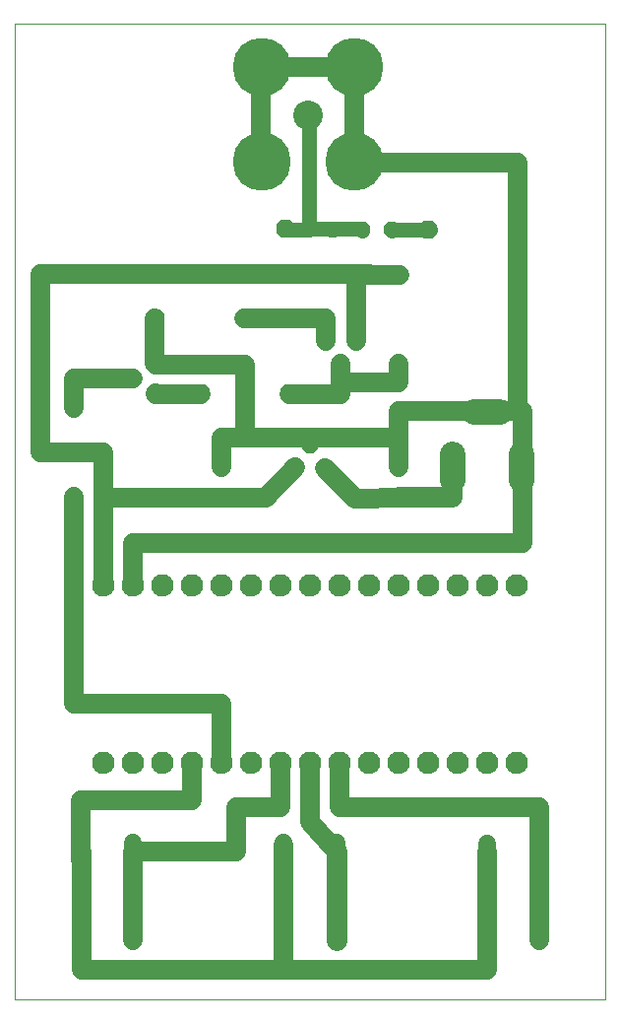
<source format=gbl>
G75*
%MOIN*%
%OFA0B0*%
%FSLAX25Y25*%
%IPPOS*%
%LPD*%
%AMOC8*
5,1,8,0,0,1.08239X$1,22.5*
%
%ADD10C,0.00000*%
%ADD11C,0.06000*%
%ADD12OC8,0.05200*%
%ADD13C,0.08600*%
%ADD14OC8,0.06300*%
%ADD15C,0.07600*%
%ADD16C,0.19685*%
%ADD17C,0.10000*%
%ADD18C,0.06600*%
%ADD19C,0.07000*%
%ADD20C,0.05000*%
D10*
X0001000Y0001000D02*
X0201000Y0001000D01*
X0201000Y0331000D01*
X0001000Y0331000D01*
X0001000Y0001000D01*
D11*
X0023278Y0022452D02*
X0023278Y0028452D01*
X0023278Y0048052D02*
X0023278Y0054052D01*
X0041078Y0054052D02*
X0041078Y0048052D01*
X0041078Y0028452D02*
X0041078Y0022452D01*
X0092089Y0022340D02*
X0092089Y0028340D01*
X0092089Y0047940D02*
X0092089Y0053940D01*
X0109889Y0053940D02*
X0109889Y0047940D01*
X0109889Y0028340D02*
X0109889Y0022340D01*
X0160940Y0022300D02*
X0160940Y0028300D01*
X0160940Y0047900D02*
X0160940Y0053900D01*
X0178740Y0053900D02*
X0178740Y0047900D01*
X0178740Y0028300D02*
X0178740Y0022300D01*
D12*
X0130568Y0170859D03*
X0130568Y0180859D03*
X0130568Y0190859D03*
X0111394Y0216412D03*
X0106394Y0223912D03*
X0116394Y0223912D03*
X0118676Y0261356D03*
X0128676Y0261356D03*
X0108676Y0261356D03*
X0071118Y0191005D03*
X0071118Y0181005D03*
X0071118Y0171005D03*
X0048392Y0206140D03*
X0048392Y0216140D03*
X0040892Y0211140D03*
X0096000Y0181000D03*
X0101000Y0188500D03*
X0106000Y0181000D03*
D13*
X0149189Y0185300D02*
X0149189Y0176700D01*
X0156700Y0199898D02*
X0165300Y0199898D01*
X0172811Y0185300D02*
X0172811Y0176700D01*
D14*
X0131000Y0216000D03*
X0131000Y0246000D03*
X0141135Y0261573D03*
X0171135Y0261573D03*
X0092646Y0261636D03*
X0092646Y0231636D03*
X0078560Y0231424D03*
X0063881Y0205916D03*
X0048560Y0231424D03*
X0020982Y0200968D03*
X0020982Y0170968D03*
X0093881Y0205916D03*
D15*
X0091085Y0141051D03*
X0081085Y0141051D03*
X0071085Y0141051D03*
X0061085Y0141051D03*
X0051085Y0141051D03*
X0041085Y0141051D03*
X0031085Y0141051D03*
X0031085Y0081051D03*
X0041085Y0081051D03*
X0051085Y0081051D03*
X0061085Y0081051D03*
X0071085Y0081051D03*
X0081085Y0081051D03*
X0091085Y0081051D03*
X0101085Y0081051D03*
X0111085Y0081051D03*
X0121085Y0081051D03*
X0131085Y0081051D03*
X0141085Y0081051D03*
X0151085Y0081051D03*
X0161085Y0081051D03*
X0171085Y0081051D03*
X0171085Y0141051D03*
X0161085Y0141051D03*
X0151085Y0141051D03*
X0141085Y0141051D03*
X0131085Y0141051D03*
X0121085Y0141051D03*
X0111085Y0141051D03*
X0101085Y0141051D03*
D16*
X0116039Y0284465D03*
X0116039Y0316354D03*
X0084543Y0316354D03*
X0084543Y0284465D03*
D17*
X0100291Y0300213D03*
D18*
X0084666Y0316334D02*
X0116143Y0316334D01*
X0116143Y0283957D01*
X0171187Y0283957D01*
X0171187Y0199593D01*
X0172895Y0199978D02*
X0172895Y0176496D01*
X0172881Y0180835D02*
X0172881Y0155354D01*
X0041101Y0155354D01*
X0041101Y0141000D01*
X0031049Y0141000D02*
X0031049Y0170661D01*
X0085972Y0170717D01*
X0095999Y0181022D01*
X0105993Y0180907D02*
X0116310Y0170568D01*
X0132245Y0170693D01*
X0131000Y0181000D02*
X0131000Y0191000D01*
X0131000Y0199978D01*
X0172895Y0199978D01*
X0131000Y0191000D02*
X0071000Y0191000D01*
X0071000Y0181000D01*
X0078851Y0190934D02*
X0078851Y0215871D01*
X0048554Y0215871D01*
X0048357Y0216145D02*
X0048357Y0231479D01*
X0041000Y0211000D02*
X0021000Y0211000D01*
X0021000Y0201000D01*
X0031000Y0185920D02*
X0009535Y0185920D01*
X0009535Y0246290D01*
X0120933Y0246290D01*
X0116562Y0245995D02*
X0131353Y0245995D01*
X0116562Y0245995D02*
X0116562Y0223739D01*
X0111466Y0216154D02*
X0111466Y0205834D01*
X0094064Y0205834D01*
X0106253Y0223812D02*
X0106253Y0231375D01*
X0078703Y0231375D01*
X0063918Y0205796D02*
X0048599Y0205796D01*
X0048599Y0206084D01*
X0031000Y0185920D02*
X0031000Y0171000D01*
X0021000Y0171000D02*
X0021000Y0101000D01*
X0071000Y0101000D01*
X0071000Y0081000D01*
X0061000Y0081000D02*
X0061000Y0068500D01*
X0023435Y0068500D01*
X0023435Y0048122D01*
X0023500Y0051000D02*
X0023500Y0011000D01*
X0091994Y0011000D01*
X0161000Y0011000D01*
X0161000Y0051000D01*
X0178500Y0066000D02*
X0178500Y0021000D01*
X0178500Y0066000D02*
X0111000Y0066000D01*
X0111000Y0081000D01*
X0101000Y0081000D02*
X0101000Y0061000D01*
X0109851Y0051200D01*
X0091994Y0053500D02*
X0091994Y0011000D01*
X0076000Y0051000D02*
X0041000Y0051000D01*
X0041000Y0021000D01*
X0076000Y0051000D02*
X0076000Y0066000D01*
X0091000Y0066000D01*
X0091000Y0081000D01*
X0111359Y0209734D02*
X0131037Y0209734D01*
X0131037Y0215950D01*
X0084367Y0284249D02*
X0084367Y0316782D01*
X0084666Y0316782D01*
X0084666Y0316334D01*
D19*
X0149137Y0181046D02*
X0149137Y0171000D01*
X0131000Y0171000D01*
X0172895Y0176496D02*
X0173068Y0176496D01*
X0109851Y0051200D02*
X0109851Y0021200D01*
X0041101Y0141000D02*
X0041000Y0141000D01*
X0031049Y0141000D02*
X0031000Y0141000D01*
D20*
X0092256Y0261473D02*
X0100560Y0261473D01*
X0100560Y0300211D01*
X0099521Y0261629D02*
X0118785Y0261629D01*
X0118785Y0261215D01*
X0128728Y0261215D02*
X0128728Y0261318D01*
X0141570Y0261318D01*
M02*

</source>
